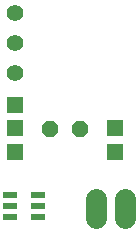
<source format=gts>
G75*
%MOIN*%
%OFA0B0*%
%FSLAX24Y24*%
%IPPOS*%
%LPD*%
%AMOC8*
5,1,8,0,0,1.08239X$1,22.5*
%
%ADD10R,0.0453X0.0197*%
%ADD11C,0.0555*%
%ADD12C,0.0690*%
%ADD13R,0.0555X0.0555*%
%ADD14OC8,0.0560*%
D10*
X001235Y001257D03*
X001235Y001631D03*
X001235Y002005D03*
X002160Y002005D03*
X002160Y001631D03*
X002160Y001257D03*
D11*
X001386Y006043D03*
X001386Y007043D03*
X001386Y008043D03*
D12*
X004110Y001872D02*
X004110Y001222D01*
X005051Y001222D02*
X005051Y001872D01*
D13*
X004743Y003425D03*
X004743Y004212D03*
X001397Y004212D03*
X001397Y003425D03*
X001397Y004999D03*
D14*
X002566Y004188D03*
X003566Y004188D03*
M02*

</source>
